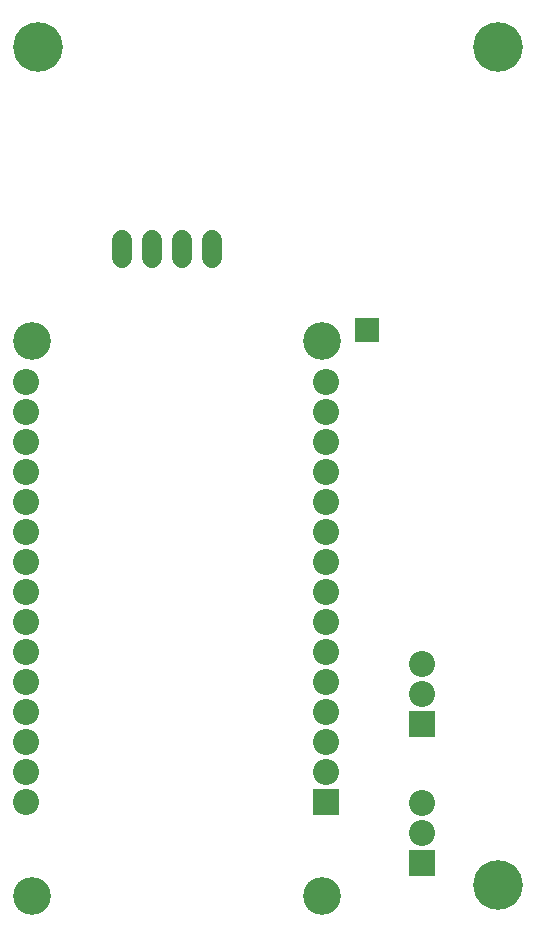
<source format=gbr>
G04 EAGLE Gerber RS-274X export*
G75*
%MOMM*%
%FSLAX34Y34*%
%LPD*%
%INSoldermask Bottom*%
%IPPOS*%
%AMOC8*
5,1,8,0,0,1.08239X$1,22.5*%
G01*
%ADD10C,4.203200*%
%ADD11C,2.203200*%
%ADD12R,2.203200X2.203200*%
%ADD13C,3.203200*%
%ADD14C,1.727200*%
%ADD15R,2.108200X2.108200*%


D10*
X30000Y740000D03*
X420000Y740000D03*
X420000Y30000D03*
D11*
X355804Y191800D03*
D12*
X355804Y166400D03*
D11*
X355804Y217200D03*
X355804Y74800D03*
D12*
X355804Y49400D03*
D11*
X355804Y100200D03*
D12*
X274600Y100850D03*
D11*
X274600Y126250D03*
X274600Y151650D03*
X274600Y177050D03*
X274600Y202450D03*
X274600Y227850D03*
X274600Y253250D03*
X274600Y278650D03*
X274600Y304050D03*
X274600Y329450D03*
X274600Y354850D03*
X274600Y380250D03*
X274600Y405650D03*
X274600Y431050D03*
X274600Y456450D03*
X20600Y100850D03*
X20600Y126250D03*
X20600Y151650D03*
X20600Y177050D03*
X20600Y202450D03*
X20600Y227850D03*
X20600Y253250D03*
X20600Y278650D03*
X20600Y304050D03*
X20600Y329450D03*
X20600Y354850D03*
X20600Y380250D03*
X20600Y405650D03*
X20600Y431050D03*
X20600Y456450D03*
D13*
X270400Y490750D03*
X25300Y490750D03*
X25300Y21250D03*
X270400Y21250D03*
D14*
X101600Y561500D02*
X101600Y576740D01*
X127000Y576740D02*
X127000Y561500D01*
X152400Y561500D02*
X152400Y576740D01*
X177800Y576740D02*
X177800Y561500D01*
D15*
X308939Y500380D03*
M02*

</source>
